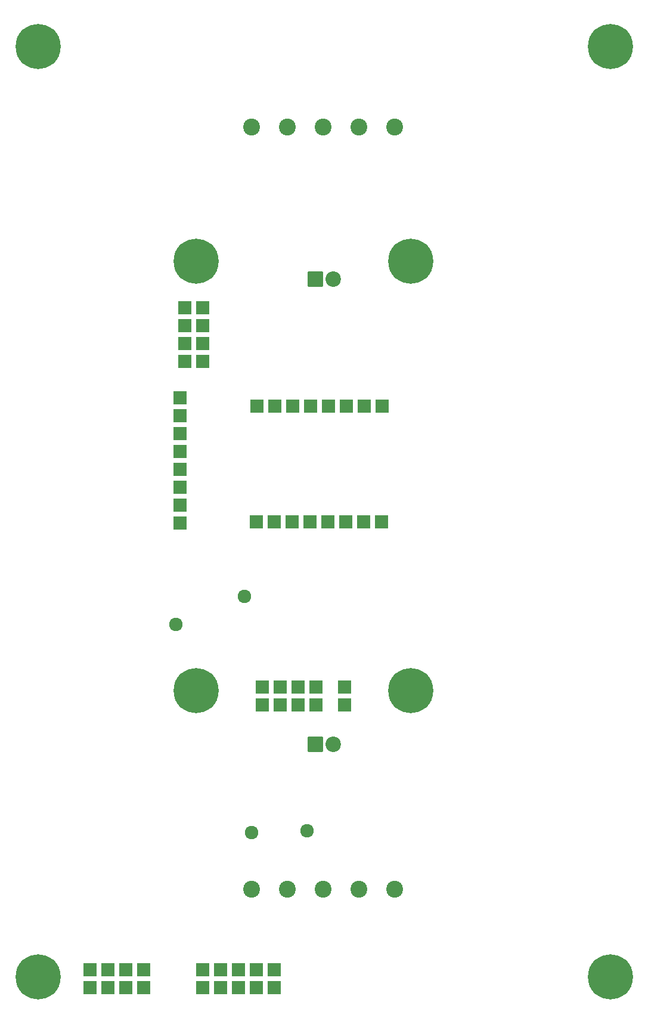
<source format=gbr>
%TF.GenerationSoftware,KiCad,Pcbnew,7.0.7-7.0.7~ubuntu23.04.1*%
%TF.CreationDate,2023-09-17T10:17:03+00:00*%
%TF.ProjectId,LED7SEG01,4c454437-5345-4473-9031-2e6b69636164,rev?*%
%TF.SameCoordinates,Original*%
%TF.FileFunction,Soldermask,Top*%
%TF.FilePolarity,Negative*%
%FSLAX46Y46*%
G04 Gerber Fmt 4.6, Leading zero omitted, Abs format (unit mm)*
G04 Created by KiCad (PCBNEW 7.0.7-7.0.7~ubuntu23.04.1) date 2023-09-17 10:17:03*
%MOMM*%
%LPD*%
G01*
G04 APERTURE LIST*
G04 Aperture macros list*
%AMRoundRect*
0 Rectangle with rounded corners*
0 $1 Rounding radius*
0 $2 $3 $4 $5 $6 $7 $8 $9 X,Y pos of 4 corners*
0 Add a 4 corners polygon primitive as box body*
4,1,4,$2,$3,$4,$5,$6,$7,$8,$9,$2,$3,0*
0 Add four circle primitives for the rounded corners*
1,1,$1+$1,$2,$3*
1,1,$1+$1,$4,$5*
1,1,$1+$1,$6,$7*
1,1,$1+$1,$8,$9*
0 Add four rect primitives between the rounded corners*
20,1,$1+$1,$2,$3,$4,$5,0*
20,1,$1+$1,$4,$5,$6,$7,0*
20,1,$1+$1,$6,$7,$8,$9,0*
20,1,$1+$1,$8,$9,$2,$3,0*%
G04 Aperture macros list end*
%ADD10RoundRect,0.200000X0.762000X-0.762000X0.762000X0.762000X-0.762000X0.762000X-0.762000X-0.762000X0*%
%ADD11C,6.400000*%
%ADD12RoundRect,0.200000X-0.762000X-0.762000X0.762000X-0.762000X0.762000X0.762000X-0.762000X0.762000X0*%
%ADD13RoundRect,0.200000X0.900000X0.900000X-0.900000X0.900000X-0.900000X-0.900000X0.900000X-0.900000X0*%
%ADD14C,2.200000*%
%ADD15C,2.400000*%
%ADD16C,1.924000*%
G04 APERTURE END LIST*
D10*
%TO.C,J1*%
X12496800Y3606800D03*
X12496800Y6146800D03*
X15036800Y3606800D03*
X15036800Y6146800D03*
X17576800Y3606800D03*
X17576800Y6146800D03*
X20116800Y3606800D03*
X20116800Y6146800D03*
%TD*%
%TO.C,J5*%
X33578800Y3606800D03*
X33578800Y6146800D03*
%TD*%
%TO.C,J6*%
X36982400Y43688000D03*
X36982400Y46228000D03*
%TD*%
%TO.C,J7*%
X36068000Y3606800D03*
X36068000Y6146800D03*
%TD*%
%TO.C,J8*%
X38608000Y3606800D03*
X38608000Y6146800D03*
%TD*%
%TO.C,J9*%
X28498800Y3606800D03*
X28498800Y6146800D03*
%TD*%
D11*
%TO.C,M1*%
X5080000Y137160000D03*
%TD*%
%TO.C,M3*%
X27526800Y106704000D03*
%TD*%
%TO.C,M5*%
X86360000Y5080000D03*
%TD*%
%TO.C,M6*%
X27526800Y45744000D03*
%TD*%
%TO.C,M7*%
X58006800Y106704000D03*
%TD*%
%TO.C,M8*%
X86360000Y137160000D03*
%TD*%
%TO.C,M9*%
X58006800Y45744000D03*
%TD*%
%TO.C,M10*%
X5080000Y5080000D03*
%TD*%
D12*
%TO.C,J11*%
X36118800Y69697600D03*
%TD*%
%TO.C,J12*%
X38658800Y69697600D03*
%TD*%
%TO.C,J13*%
X41198800Y69697600D03*
%TD*%
%TO.C,J14*%
X43738800Y69697600D03*
%TD*%
%TO.C,J15*%
X46278800Y69697600D03*
%TD*%
%TO.C,J16*%
X48818800Y69697600D03*
%TD*%
%TO.C,J17*%
X51358800Y69697600D03*
%TD*%
%TO.C,J18*%
X53898800Y69697600D03*
%TD*%
%TO.C,J19*%
X36169600Y86156800D03*
%TD*%
%TO.C,J20*%
X38709600Y86156800D03*
%TD*%
%TO.C,J21*%
X41249600Y86156800D03*
%TD*%
%TO.C,J22*%
X48869600Y86156800D03*
%TD*%
%TO.C,J23*%
X43789600Y86156800D03*
%TD*%
%TO.C,J24*%
X51409600Y86156800D03*
%TD*%
%TO.C,J25*%
X46329600Y86156800D03*
%TD*%
%TO.C,J26*%
X53949600Y86156800D03*
%TD*%
%TO.C,J27*%
X25908000Y100126800D03*
X28448000Y100126800D03*
X25908000Y97586800D03*
X28448000Y97586800D03*
X25908000Y95046800D03*
X28448000Y95046800D03*
X25908000Y92506800D03*
X28448000Y92506800D03*
%TD*%
D10*
%TO.C,J28*%
X39522400Y43688000D03*
X39522400Y46228000D03*
%TD*%
%TO.C,J29*%
X31038800Y3606800D03*
X31038800Y6146800D03*
%TD*%
%TO.C,J30*%
X42062400Y43688000D03*
X42062400Y46228000D03*
%TD*%
%TO.C,J31*%
X44602400Y43688000D03*
X44602400Y46228000D03*
%TD*%
%TO.C,J36*%
X48666400Y43688000D03*
X48666400Y46228000D03*
%TD*%
D12*
%TO.C,J37*%
X25298400Y87325200D03*
%TD*%
%TO.C,J38*%
X25298400Y79705200D03*
%TD*%
%TO.C,J39*%
X25298400Y84785200D03*
%TD*%
%TO.C,J40*%
X25298400Y82245200D03*
%TD*%
%TO.C,J41*%
X25298400Y74625200D03*
%TD*%
%TO.C,J42*%
X25298400Y77165200D03*
%TD*%
%TO.C,J43*%
X25298400Y72085200D03*
%TD*%
%TO.C,J44*%
X25298400Y69545200D03*
%TD*%
D13*
%TO.C,D3*%
X44450000Y38100000D03*
D14*
X46990000Y38100000D03*
%TD*%
D13*
%TO.C,D4*%
X44450000Y104140000D03*
D14*
X46990000Y104140000D03*
%TD*%
D15*
%TO.C,AFF1*%
X35458400Y17576800D03*
X40538400Y17576800D03*
X45618400Y17576800D03*
X50698400Y17576800D03*
X55778400Y17576800D03*
X55778400Y125776800D03*
X50698400Y125776800D03*
X45618400Y125776800D03*
X40538400Y125776800D03*
X35458400Y125776800D03*
%TD*%
D16*
%TO.C,REF\u002A\u002A*%
X43281600Y25857200D03*
%TD*%
%TO.C,REF\u002A\u002A*%
X35458400Y25603200D03*
%TD*%
%TO.C,J2*%
X24638000Y55118000D03*
%TD*%
%TO.C,J3*%
X34391600Y59131200D03*
%TD*%
M02*

</source>
